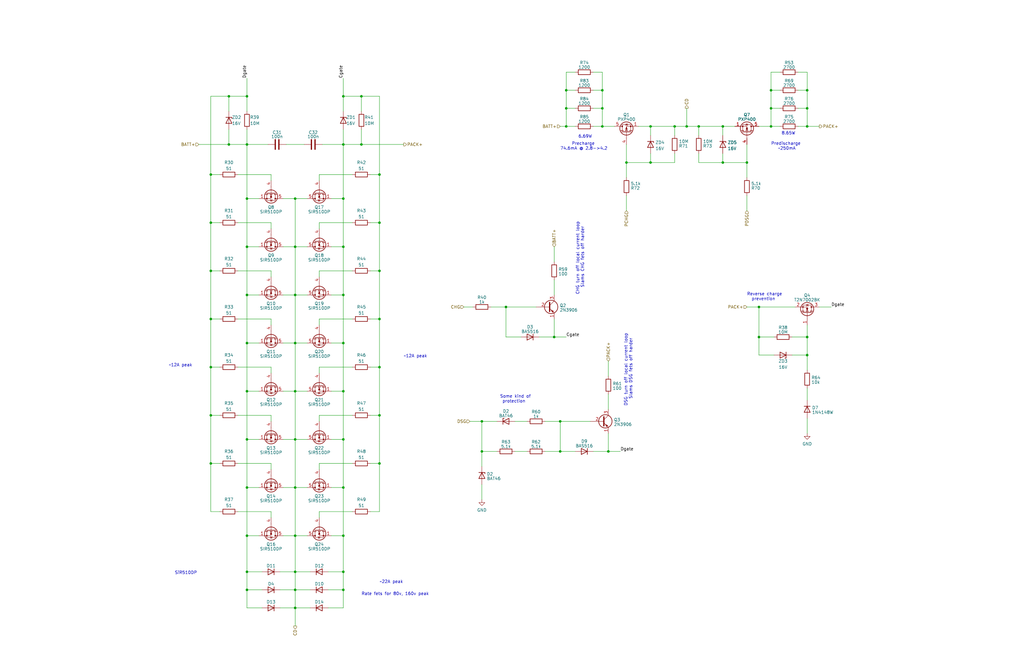
<source format=kicad_sch>
(kicad_sch (version 20230121) (generator eeschema)
  (paper "B")
  (title_block (title "High Side Fets") (date "2022-10-30") (rev "Rev 0") (company "QTech BMS Dept"))
  (junction (at 104.14 248.92))
  (junction (at 213.36 129.54))
  (junction (at 104.14 205.74))
  (junction (at 88.9 93.98))
  (junction (at 104.14 226.06))
  (junction (at 320.04 129.54))
  (junction (at 104.14 241.3))
  (junction (at 104.14 40.64))
  (junction (at 124.46 104.14))
  (junction (at 203.2 190.5))
  (junction (at 152.4 40.64))
  (junction (at 160.02 134.62))
  (junction (at 314.96 68.58))
  (junction (at 88.9 175.26))
  (junction (at 340.36 53.34))
  (junction (at 124.46 205.74))
  (junction (at 340.36 38.1))
  (junction (at 160.02 114.3))
  (junction (at 144.78 241.3))
  (junction (at 160.02 195.58))
  (junction (at 124.46 124.46))
  (junction (at 254 38.1))
  (junction (at 104.14 185.42))
  (junction (at 96.52 60.96))
  (junction (at 160.02 175.26))
  (junction (at 144.78 60.96))
  (junction (at 304.8 68.58))
  (junction (at 104.14 83.82))
  (junction (at 104.14 144.78))
  (junction (at 124.46 256.54))
  (junction (at 254 53.34))
  (junction (at 88.9 73.66))
  (junction (at 289.56 53.34))
  (junction (at 238.76 45.72))
  (junction (at 284.48 53.34))
  (junction (at 152.4 60.96))
  (junction (at 124.46 241.3))
  (junction (at 254 45.72))
  (junction (at 144.78 205.74))
  (junction (at 88.9 195.58))
  (junction (at 88.9 154.94))
  (junction (at 144.78 83.82))
  (junction (at 124.46 144.78))
  (junction (at 320.04 142.24))
  (junction (at 304.8 53.34))
  (junction (at 144.78 124.46))
  (junction (at 144.78 40.64))
  (junction (at 88.9 114.3))
  (junction (at 236.22 177.8))
  (junction (at 104.14 124.46))
  (junction (at 104.14 104.14))
  (junction (at 264.16 68.58))
  (junction (at 96.52 40.64))
  (junction (at 325.12 53.34))
  (junction (at 124.46 165.1))
  (junction (at 160.02 154.94))
  (junction (at 203.2 177.8))
  (junction (at 124.46 83.82))
  (junction (at 144.78 165.1))
  (junction (at 124.46 226.06))
  (junction (at 325.12 38.1))
  (junction (at 274.32 68.58))
  (junction (at 340.36 142.24))
  (junction (at 238.76 53.34))
  (junction (at 104.14 60.96))
  (junction (at 294.64 53.34))
  (junction (at 104.14 165.1))
  (junction (at 144.78 185.42))
  (junction (at 340.36 45.72))
  (junction (at 256.54 190.5))
  (junction (at 236.22 190.5))
  (junction (at 325.12 45.72))
  (junction (at 160.02 93.98))
  (junction (at 88.9 134.62))
  (junction (at 238.76 38.1))
  (junction (at 160.02 73.66))
  (junction (at 274.32 53.34))
  (junction (at 144.78 144.78))
  (junction (at 233.68 142.24))
  (junction (at 144.78 226.06))
  (junction (at 124.46 185.42))
  (junction (at 124.46 248.92))
  (junction (at 144.78 248.92))
  (junction (at 144.78 104.14))
  (junction (at 340.36 149.86))
  (wire (pts (xy 124.46 124.46) (xy 129.54 124.46)))
  (wire (pts (xy 88.9 134.62) (xy 92.71 134.62)))
  (wire (pts (xy 238.76 38.1) (xy 242.57 38.1)))
  (wire (pts (xy 124.46 165.1) (xy 129.54 165.1)))
  (wire (pts (xy 219.71 142.24) (xy 213.36 142.24)))
  (wire (pts (xy 134.62 195.58) (xy 134.62 198.12)))
  (wire (pts (xy 289.56 53.34) (xy 289.56 45.72)))
  (wire (pts (xy 254 53.34) (xy 259.08 53.34)))
  (wire (pts (xy 195.58 129.54) (xy 199.39 129.54)))
  (wire (pts (xy 314.96 88.9) (xy 314.96 82.55)))
  (wire (pts (xy 144.78 124.46) (xy 144.78 144.78)))
  (wire (pts (xy 114.3 134.62) (xy 100.33 134.62)))
  (wire (pts (xy 114.3 195.58) (xy 114.3 198.12)))
  (wire (pts (xy 156.21 195.58) (xy 160.02 195.58)))
  (wire (pts (xy 229.87 177.8) (xy 236.22 177.8)))
  (wire (pts (xy 289.56 53.34) (xy 294.64 53.34)))
  (wire (pts (xy 130.81 256.54) (xy 124.46 256.54)))
  (wire (pts (xy 124.46 241.3) (xy 124.46 248.92)))
  (wire (pts (xy 88.9 114.3) (xy 92.71 114.3)))
  (wire (pts (xy 119.38 226.06) (xy 124.46 226.06)))
  (wire (pts (xy 238.76 38.1) (xy 238.76 30.48)))
  (wire (pts (xy 304.8 64.77) (xy 304.8 68.58)))
  (wire (pts (xy 238.76 30.48) (xy 242.57 30.48)))
  (wire (pts (xy 144.78 248.92) (xy 144.78 256.54)))
  (wire (pts (xy 104.14 248.92) (xy 110.49 248.92)))
  (wire (pts (xy 350.52 129.54) (xy 345.44 129.54)))
  (wire (pts (xy 274.32 68.58) (xy 284.48 68.58)))
  (wire (pts (xy 160.02 93.98) (xy 160.02 114.3)))
  (wire (pts (xy 264.16 88.9) (xy 264.16 82.55)))
  (wire (pts (xy 104.14 241.3) (xy 110.49 241.3)))
  (wire (pts (xy 264.16 74.93) (xy 264.16 68.58)))
  (wire (pts (xy 114.3 154.94) (xy 114.3 157.48)))
  (wire (pts (xy 104.14 124.46) (xy 109.22 124.46)))
  (wire (pts (xy 138.43 241.3) (xy 144.78 241.3)))
  (wire (pts (xy 96.52 40.64) (xy 96.52 46.99)))
  (wire (pts (xy 134.62 215.9) (xy 134.62 218.44)))
  (wire (pts (xy 88.9 195.58) (xy 88.9 215.9)))
  (wire (pts (xy 88.9 215.9) (xy 92.71 215.9)))
  (wire (pts (xy 320.04 53.34) (xy 325.12 53.34)))
  (wire (pts (xy 119.38 83.82) (xy 124.46 83.82)))
  (wire (pts (xy 120.65 60.96) (xy 128.27 60.96)))
  (wire (pts (xy 236.22 190.5) (xy 242.57 190.5)))
  (wire (pts (xy 139.7 226.06) (xy 144.78 226.06)))
  (wire (pts (xy 233.68 134.62) (xy 233.68 142.24)))
  (wire (pts (xy 104.14 205.74) (xy 104.14 226.06)))
  (wire (pts (xy 152.4 54.61) (xy 152.4 60.96)))
  (wire (pts (xy 88.9 73.66) (xy 88.9 93.98)))
  (wire (pts (xy 119.38 124.46) (xy 124.46 124.46)))
  (wire (pts (xy 254 30.48) (xy 254 38.1)))
  (wire (pts (xy 314.96 68.58) (xy 314.96 60.96)))
  (wire (pts (xy 124.46 185.42) (xy 124.46 205.74)))
  (wire (pts (xy 160.02 73.66) (xy 160.02 93.98)))
  (wire (pts (xy 340.36 38.1) (xy 340.36 45.72)))
  (wire (pts (xy 340.36 176.53) (xy 340.36 182.88)))
  (wire (pts (xy 119.38 104.14) (xy 124.46 104.14)))
  (wire (pts (xy 229.87 190.5) (xy 236.22 190.5)))
  (wire (pts (xy 325.12 30.48) (xy 328.93 30.48)))
  (wire (pts (xy 144.78 40.64) (xy 144.78 46.99)))
  (wire (pts (xy 139.7 83.82) (xy 144.78 83.82)))
  (wire (pts (xy 134.62 175.26) (xy 148.59 175.26)))
  (wire (pts (xy 124.46 104.14) (xy 124.46 124.46)))
  (wire (pts (xy 130.81 248.92) (xy 124.46 248.92)))
  (wire (pts (xy 340.36 149.86) (xy 340.36 156.21)))
  (wire (pts (xy 124.46 104.14) (xy 129.54 104.14)))
  (wire (pts (xy 233.68 104.14) (xy 233.68 110.49)))
  (wire (pts (xy 294.64 64.77) (xy 294.64 68.58)))
  (wire (pts (xy 104.14 54.61) (xy 104.14 60.96)))
  (wire (pts (xy 104.14 205.74) (xy 109.22 205.74)))
  (wire (pts (xy 156.21 154.94) (xy 160.02 154.94)))
  (wire (pts (xy 134.62 134.62) (xy 134.62 137.16)))
  (wire (pts (xy 96.52 54.61) (xy 96.52 60.96)))
  (wire (pts (xy 134.62 175.26) (xy 134.62 177.8)))
  (wire (pts (xy 134.62 114.3) (xy 134.62 116.84)))
  (wire (pts (xy 294.64 53.34) (xy 304.8 53.34)))
  (wire (pts (xy 124.46 226.06) (xy 129.54 226.06)))
  (wire (pts (xy 124.46 205.74) (xy 129.54 205.74)))
  (wire (pts (xy 250.19 190.5) (xy 256.54 190.5)))
  (wire (pts (xy 104.14 165.1) (xy 109.22 165.1)))
  (wire (pts (xy 96.52 40.64) (xy 104.14 40.64)))
  (wire (pts (xy 152.4 60.96) (xy 170.18 60.96)))
  (wire (pts (xy 217.17 177.8) (xy 222.25 177.8)))
  (wire (pts (xy 104.14 185.42) (xy 104.14 205.74)))
  (wire (pts (xy 254 38.1) (xy 254 45.72)))
  (wire (pts (xy 119.38 205.74) (xy 124.46 205.74)))
  (wire (pts (xy 104.14 104.14) (xy 109.22 104.14)))
  (wire (pts (xy 144.78 60.96) (xy 152.4 60.96)))
  (wire (pts (xy 152.4 40.64) (xy 152.4 46.99)))
  (wire (pts (xy 284.48 68.58) (xy 284.48 64.77)))
  (wire (pts (xy 124.46 144.78) (xy 124.46 165.1)))
  (wire (pts (xy 217.17 190.5) (xy 222.25 190.5)))
  (wire (pts (xy 88.9 93.98) (xy 92.71 93.98)))
  (wire (pts (xy 104.14 256.54) (xy 110.49 256.54)))
  (wire (pts (xy 156.21 134.62) (xy 160.02 134.62)))
  (wire (pts (xy 144.78 144.78) (xy 144.78 165.1)))
  (wire (pts (xy 314.96 74.93) (xy 314.96 68.58)))
  (wire (pts (xy 213.36 129.54) (xy 226.06 129.54)))
  (wire (pts (xy 207.01 129.54) (xy 213.36 129.54)))
  (wire (pts (xy 88.9 175.26) (xy 88.9 195.58)))
  (wire (pts (xy 203.2 190.5) (xy 203.2 196.85)))
  (wire (pts (xy 250.19 38.1) (xy 254 38.1)))
  (wire (pts (xy 320.04 129.54) (xy 320.04 142.24)))
  (wire (pts (xy 134.62 93.98) (xy 134.62 96.52)))
  (wire (pts (xy 138.43 256.54) (xy 144.78 256.54)))
  (wire (pts (xy 134.62 73.66) (xy 134.62 76.2)))
  (wire (pts (xy 320.04 129.54) (xy 335.28 129.54)))
  (wire (pts (xy 100.33 73.66) (xy 114.3 73.66)))
  (wire (pts (xy 336.55 53.34) (xy 340.36 53.34)))
  (wire (pts (xy 334.01 142.24) (xy 340.36 142.24)))
  (wire (pts (xy 144.78 165.1) (xy 144.78 185.42)))
  (wire (pts (xy 88.9 134.62) (xy 88.9 154.94)))
  (wire (pts (xy 156.21 73.66) (xy 160.02 73.66)))
  (wire (pts (xy 250.19 53.34) (xy 254 53.34)))
  (wire (pts (xy 88.9 154.94) (xy 88.9 175.26)))
  (wire (pts (xy 238.76 142.24) (xy 233.68 142.24)))
  (wire (pts (xy 274.32 64.77) (xy 274.32 68.58)))
  (wire (pts (xy 238.76 53.34) (xy 238.76 45.72)))
  (wire (pts (xy 124.46 256.54) (xy 118.11 256.54)))
  (wire (pts (xy 254 45.72) (xy 254 53.34)))
  (wire (pts (xy 119.38 144.78) (xy 124.46 144.78)))
  (wire (pts (xy 304.8 53.34) (xy 304.8 57.15)))
  (wire (pts (xy 139.7 165.1) (xy 144.78 165.1)))
  (wire (pts (xy 104.14 104.14) (xy 104.14 124.46)))
  (wire (pts (xy 104.14 248.92) (xy 104.14 256.54)))
  (wire (pts (xy 336.55 45.72) (xy 340.36 45.72)))
  (wire (pts (xy 144.78 54.61) (xy 144.78 60.96)))
  (wire (pts (xy 88.9 40.64) (xy 88.9 73.66)))
  (wire (pts (xy 304.8 68.58) (xy 314.96 68.58)))
  (wire (pts (xy 203.2 177.8) (xy 209.55 177.8)))
  (wire (pts (xy 124.46 241.3) (xy 118.11 241.3)))
  (wire (pts (xy 144.78 83.82) (xy 144.78 104.14)))
  (wire (pts (xy 203.2 190.5) (xy 209.55 190.5)))
  (wire (pts (xy 124.46 205.74) (xy 124.46 226.06)))
  (wire (pts (xy 144.78 40.64) (xy 152.4 40.64)))
  (wire (pts (xy 144.78 104.14) (xy 144.78 124.46)))
  (wire (pts (xy 152.4 40.64) (xy 160.02 40.64)))
  (wire (pts (xy 144.78 60.96) (xy 144.78 83.82)))
  (wire (pts (xy 114.3 215.9) (xy 114.3 218.44)))
  (wire (pts (xy 326.39 149.86) (xy 320.04 149.86)))
  (wire (pts (xy 264.16 68.58) (xy 274.32 68.58)))
  (wire (pts (xy 104.14 165.1) (xy 104.14 185.42)))
  (wire (pts (xy 160.02 154.94) (xy 160.02 134.62)))
  (wire (pts (xy 104.14 185.42) (xy 109.22 185.42)))
  (wire (pts (xy 100.33 175.26) (xy 114.3 175.26)))
  (wire (pts (xy 284.48 57.15) (xy 284.48 53.34)))
  (wire (pts (xy 269.24 53.34) (xy 274.32 53.34)))
  (wire (pts (xy 124.46 248.92) (xy 124.46 256.54)))
  (wire (pts (xy 88.9 93.98) (xy 88.9 114.3)))
  (wire (pts (xy 236.22 190.5) (xy 236.22 177.8)))
  (wire (pts (xy 134.62 154.94) (xy 134.62 157.48)))
  (wire (pts (xy 114.3 93.98) (xy 114.3 96.52)))
  (wire (pts (xy 124.46 144.78) (xy 129.54 144.78)))
  (wire (pts (xy 124.46 185.42) (xy 129.54 185.42)))
  (wire (pts (xy 139.7 185.42) (xy 144.78 185.42)))
  (wire (pts (xy 156.21 93.98) (xy 160.02 93.98)))
  (wire (pts (xy 104.14 33.02) (xy 104.14 40.64)))
  (wire (pts (xy 236.22 177.8) (xy 248.92 177.8)))
  (wire (pts (xy 119.38 185.42) (xy 124.46 185.42)))
  (wire (pts (xy 138.43 248.92) (xy 144.78 248.92)))
  (wire (pts (xy 88.9 134.62) (xy 88.9 114.3)))
  (wire (pts (xy 104.14 144.78) (xy 109.22 144.78)))
  (wire (pts (xy 340.36 149.86) (xy 334.01 149.86)))
  (wire (pts (xy 124.46 248.92) (xy 118.11 248.92)))
  (wire (pts (xy 160.02 40.64) (xy 160.02 73.66)))
  (wire (pts (xy 284.48 53.34) (xy 289.56 53.34)))
  (wire (pts (xy 88.9 195.58) (xy 92.71 195.58)))
  (wire (pts (xy 160.02 215.9) (xy 160.02 195.58)))
  (wire (pts (xy 124.46 83.82) (xy 129.54 83.82)))
  (wire (pts (xy 160.02 154.94) (xy 160.02 175.26)))
  (wire (pts (xy 233.68 118.11) (xy 233.68 124.46)))
  (wire (pts (xy 238.76 38.1) (xy 238.76 45.72)))
  (wire (pts (xy 139.7 144.78) (xy 144.78 144.78)))
  (wire (pts (xy 250.19 30.48) (xy 254 30.48)))
  (wire (pts (xy 250.19 45.72) (xy 254 45.72)))
  (wire (pts (xy 340.36 53.34) (xy 345.44 53.34)))
  (wire (pts (xy 114.3 73.66) (xy 114.3 76.2)))
  (wire (pts (xy 325.12 38.1) (xy 325.12 45.72)))
  (wire (pts (xy 264.16 68.58) (xy 264.16 60.96)))
  (wire (pts (xy 114.3 137.16) (xy 114.3 134.62)))
  (wire (pts (xy 336.55 38.1) (xy 340.36 38.1)))
  (wire (pts (xy 320.04 142.24) (xy 320.04 149.86)))
  (wire (pts (xy 203.2 177.8) (xy 203.2 190.5)))
  (wire (pts (xy 134.62 114.3) (xy 148.59 114.3)))
  (wire (pts (xy 325.12 38.1) (xy 328.93 38.1)))
  (wire (pts (xy 144.78 226.06) (xy 144.78 241.3)))
  (wire (pts (xy 88.9 40.64) (xy 96.52 40.64)))
  (wire (pts (xy 160.02 134.62) (xy 160.02 114.3)))
  (wire (pts (xy 134.62 134.62) (xy 148.59 134.62)))
  (wire (pts (xy 135.89 60.96) (xy 144.78 60.96)))
  (wire (pts (xy 104.14 226.06) (xy 104.14 241.3)))
  (wire (pts (xy 100.33 195.58) (xy 114.3 195.58)))
  (wire (pts (xy 160.02 175.26) (xy 156.21 175.26)))
  (wire (pts (xy 320.04 142.24) (xy 326.39 142.24)))
  (wire (pts (xy 233.68 142.24) (xy 227.33 142.24)))
  (wire (pts (xy 238.76 53.34) (xy 242.57 53.34)))
  (wire (pts (xy 124.46 124.46) (xy 124.46 144.78)))
  (wire (pts (xy 134.62 154.94) (xy 148.59 154.94)))
  (wire (pts (xy 336.55 30.48) (xy 340.36 30.48)))
  (wire (pts (xy 213.36 142.24) (xy 213.36 129.54)))
  (wire (pts (xy 156.21 215.9) (xy 160.02 215.9)))
  (wire (pts (xy 96.52 60.96) (xy 104.14 60.96)))
  (wire (pts (xy 124.46 226.06) (xy 124.46 241.3)))
  (wire (pts (xy 114.3 114.3) (xy 114.3 116.84)))
  (wire (pts (xy 274.32 53.34) (xy 274.32 57.15)))
  (wire (pts (xy 340.36 137.16) (xy 340.36 142.24)))
  (wire (pts (xy 124.46 83.82) (xy 124.46 104.14)))
  (wire (pts (xy 325.12 53.34) (xy 328.93 53.34)))
  (wire (pts (xy 104.14 46.99) (xy 104.14 40.64)))
  (wire (pts (xy 139.7 104.14) (xy 144.78 104.14)))
  (wire (pts (xy 325.12 53.34) (xy 325.12 45.72)))
  (wire (pts (xy 256.54 166.37) (xy 256.54 172.72)))
  (wire (pts (xy 304.8 53.34) (xy 309.88 53.34)))
  (wire (pts (xy 261.62 190.5) (xy 256.54 190.5)))
  (wire (pts (xy 83.82 60.96) (xy 96.52 60.96)))
  (wire (pts (xy 88.9 175.26) (xy 92.71 175.26)))
  (wire (pts (xy 104.14 60.96) (xy 113.03 60.96)))
  (wire (pts (xy 104.14 83.82) (xy 104.14 104.14)))
  (wire (pts (xy 340.36 142.24) (xy 340.36 149.86)))
  (wire (pts (xy 104.14 241.3) (xy 104.14 248.92)))
  (wire (pts (xy 274.32 53.34) (xy 284.48 53.34)))
  (wire (pts (xy 340.36 30.48) (xy 340.36 38.1)))
  (wire (pts (xy 144.78 205.74) (xy 144.78 226.06)))
  (wire (pts (xy 156.21 114.3) (xy 160.02 114.3)))
  (wire (pts (xy 134.62 73.66) (xy 148.59 73.66)))
  (wire (pts (xy 104.14 124.46) (xy 104.14 144.78)))
  (wire (pts (xy 134.62 195.58) (xy 148.59 195.58)))
  (wire (pts (xy 88.9 73.66) (xy 92.71 73.66)))
  (wire (pts (xy 104.14 226.06) (xy 109.22 226.06)))
  (wire (pts (xy 325.12 38.1) (xy 325.12 30.48)))
  (wire (pts (xy 119.38 165.1) (xy 124.46 165.1)))
  (wire (pts (xy 130.81 241.3) (xy 124.46 241.3)))
  (wire (pts (xy 134.62 93.98) (xy 148.59 93.98)))
  (wire (pts (xy 124.46 256.54) (xy 124.46 264.16)))
  (wire (pts (xy 100.33 215.9) (xy 114.3 215.9)))
  (wire (pts (xy 256.54 152.4) (xy 256.54 158.75)))
  (wire (pts (xy 104.14 144.78) (xy 104.14 165.1)))
  (wire (pts (xy 340.36 163.83) (xy 340.36 168.91)))
  (wire (pts (xy 104.14 60.96) (xy 104.14 83.82)))
  (wire (pts (xy 88.9 154.94) (xy 92.71 154.94)))
  (wire (pts (xy 236.22 53.34) (xy 238.76 53.34)))
  (wire (pts (xy 104.14 83.82) (xy 109.22 83.82)))
  (wire (pts (xy 294.64 53.34) (xy 294.64 57.15)))
  (wire (pts (xy 314.96 129.54) (xy 320.04 129.54)))
  (wire (pts (xy 100.33 93.98) (xy 114.3 93.98)))
  (wire (pts (xy 124.46 165.1) (xy 124.46 185.42)))
  (wire (pts (xy 144.78 33.02) (xy 144.78 40.64)))
  (wire (pts (xy 256.54 182.88) (xy 256.54 190.5)))
  (wire (pts (xy 114.3 175.26) (xy 114.3 177.8)))
  (wire (pts (xy 114.3 114.3) (xy 100.33 114.3)))
  (wire (pts (xy 340.36 45.72) (xy 340.36 53.34)))
  (wire (pts (xy 325.12 45.72) (xy 328.93 45.72)))
  (wire (pts (xy 139.7 205.74) (xy 144.78 205.74)))
  (wire (pts (xy 144.78 241.3) (xy 144.78 248.92)))
  (wire (pts (xy 139.7 124.46) (xy 144.78 124.46)))
  (wire (pts (xy 198.12 177.8) (xy 203.2 177.8)))
  (wire (pts (xy 203.2 204.47) (xy 203.2 210.82)))
  (wire (pts (xy 238.76 45.72) (xy 242.57 45.72)))
  (wire (pts (xy 100.33 154.94) (xy 114.3 154.94)))
  (wire (pts (xy 144.78 185.42) (xy 144.78 205.74)))
  (wire (pts (xy 160.02 195.58) (xy 160.02 175.26)))
  (wire (pts (xy 134.62 215.9) (xy 148.59 215.9)))
  (wire (pts (xy 294.64 68.58) (xy 304.8 68.58)))
  (text "Rate fets for 80v, 160v peak" (at 152.4 251.46 0) (effects (font (size 1.27 1.27)) (justify left bottom)))
  (text "CHG turn off local current loop\n   Slams CHG fets off harder" (at 246.38 124.46 90) (effects (font (size 1.27 1.27)) (justify left bottom)))
  (text "~22A peak" (at 160.02 246.38 0) (effects (font (size 1.27 1.27)) (justify left bottom)))
  (text "Reverse charge\n  prevention" (at 314.96 127 0) (effects (font (size 1.27 1.27)) (justify left bottom)))
  (text "6.69W" (at 243.84 58.42 0) (effects (font (size 1.27 1.27)) (justify left bottom)))
  (text "Predischarge\n   ~250mA" (at 325.12 63.5 0) (effects (font (size 1.27 1.27)) (justify left bottom)))
  (text "DSG turn off local current loop\n   Slams DSG fets off harder" (at 266.7 171.45 90) (effects (font (size 1.27 1.27)) (justify left bottom)))
  (text "8.65W" (at 329.5406 57.0641 0) (effects (font (size 1.27 1.27)) (justify left bottom)))
  (text "     Precharge\n74.6mA @ 2.8->4.2" (at 236.22 63.5 0) (effects (font (size 1.27 1.27)) (justify left bottom)))
  (text "Some kind of\n protection" (at 210.82 170.18 0) (effects (font (size 1.27 1.27)) (justify left bottom)))
  (text "~12A peak" (at 170.18 151.13 0) (effects (font (size 1.27 1.27)) (justify left bottom)))
  (text "~12A peak" (at 71.12 154.94 0) (effects (font (size 1.27 1.27)) (justify left bottom)))
  (text "SiR510DP" (at 73.66 242.57 0) (effects (font (size 1.27 1.27)) (justify left bottom)))
  (label "Cgate" (at 238.76 142.24 0))
  (label "Dgate" (at 261.62 190.5 0))
  (label "Cgate" (at 144.78 33.02 90))
  (label "Dgate" (at 350.52 129.54 0))
  (label "Dgate" (at 104.14 33.02 90))
  (hierarchical_label "PACK+" (shape output) (at 170.18 60.96 0))
  (hierarchical_label "CD" (shape output) (at 289.56 45.72 90))
  (hierarchical_label "PCHG" (shape input) (at 264.16 88.9 270))
  (hierarchical_label "PACK+" (shape input) (at 256.54 152.4 90))
  (hierarchical_label "BATT+" (shape input) (at 83.82 60.96 180))
  (hierarchical_label "BATT+" (shape input) (at 233.68 104.14 90))
  (hierarchical_label "PACK+" (shape output) (at 345.44 53.34 0))
  (hierarchical_label "CD" (shape output) (at 124.46 264.16 270))
  (hierarchical_label "CHG" (shape input) (at 195.58 129.54 180))
  (hierarchical_label "PDSG" (shape input) (at 314.96 88.9 270))
  (hierarchical_label "DSG" (shape input) (at 198.12 177.8 180))
  (hierarchical_label "BATT+" (shape input) (at 236.22 53.34 180))
  (hierarchical_label "PACK+" (shape input) (at 314.96 129.54 180))
  (symbol (lib_id "Transistor_FET:Si7336ADP") (at 134.62 182.88 90) (mirror x) (unit 1)
    (property "Reference" "Q22" (at 134.62 189.0475 90))
    (property "Value" "SIR510DP" (at 134.62 190.9685 90))
    (property "Footprint" "qtech:PowerPAK_SO-8_Single" (effects hide))
    (property "Datasheet" "https://www.vishay.com/doc?78251" (effects hide))
    (property "Mouser" "https://www.mouser.com/ProductDetail/Vishay-Siliconix/SIR510DP-T1-RE3?qs=DRkmTr78QAQgLs6ynidLQA%3D%3D" (effects hide))
    (property "Part Number" "SIR510DP-T1-RE3" (effects hide))
    (property "Rating" "100V 126A" (effects hide))
  )
  (symbol (lib_id "Device:R") (at 256.54 162.56 180) (unit 1)
    (property "Reference" "R61" (at 258.318 161.9163 0) (effects (justify right)))
    (property "Value" "100" (at 258.318 163.8373 0) (effects (justify right)))
    (property "Footprint" "Resistor_SMD:R_0603_1608Metric" (effects hide))
    (property "Datasheet" "https://www.mouser.com/datasheet/2/54/cr-1858361.pdf" (effects hide))
    (property "Mouser" "https://www.mouser.com/ProductDetail/Bourns/CR0603-FX-1000ELF?qs=sGAEpiMZZMtlubZbdhIBIB2E0CzLGwMIzMOnVrznuHg%3D" (effects hide))
    (property "Part Number" "CR0603-FX-1000ELF" (effects hide))
    (property "Rating" "100mW" (effects hide))
  )
  (symbol (lib_id "Transistor_FET:Si7336ADP") (at 114.3 203.2 270) (unit 1)
    (property "Reference" "Q14" (at 114.3 209.3675 90))
    (property "Value" "SIR510DP" (at 114.3 211.2885 90))
    (property "Footprint" "qtech:PowerPAK_SO-8_Single" (effects hide))
    (property "Datasheet" "https://www.vishay.com/doc?78251" (effects hide))
    (property "Mouser" "https://www.mouser.com/ProductDetail/Vishay-Siliconix/SIR510DP-T1-RE3?qs=DRkmTr78QAQgLs6ynidLQA%3D%3D" (effects hide))
    (property "Part Number" "SIR510DP-T1-RE3" (effects hide))
    (property "Rating" "100V 126A" (effects hide))
  )
  (symbol (lib_id "Transistor_FET:Si7336ADP") (at 134.62 203.2 90) (mirror x) (unit 1)
    (property "Reference" "Q23" (at 134.62 209.3675 90))
    (property "Value" "SIR510DP" (at 134.62 211.2885 90))
    (property "Footprint" "qtech:PowerPAK_SO-8_Single" (effects hide))
    (property "Datasheet" "https://www.vishay.com/doc?78251" (effects hide))
    (property "Mouser" "https://www.mouser.com/ProductDetail/Vishay-Siliconix/SIR510DP-T1-RE3?qs=DRkmTr78QAQgLs6ynidLQA%3D%3D" (effects hide))
    (property "Part Number" "SIR510DP-T1-RE3" (effects hide))
    (property "Rating" "100V 126A" (effects hide))
  )
  (symbol (lib_id "Device:D_Zener") (at 144.78 50.8 270) (unit 1)
    (property "Reference" "ZD1" (at 146.05 49.5331 90) (effects (justify left)))
    (property "Value" "16V" (at 146.05 52.07 90) (effects (justify left)))
    (property "Footprint" "Diode_SMD:D_SOD-323F" (effects hide))
    (property "Datasheet" "https://www.diodes.com/assets/Datasheets/ds31987.pdf" (effects hide))
    (property "Mouser" "https://www.mouser.com/ProductDetail/Diodes-Incorporated/DDZ16CSF-7?qs=gfe7vQ8txpU%2Fw9f0N8ItgQ%3D%3D" (effects hide))
    (property "Part Number" "DDZ16CSF-7" (effects hide))
    (property "Rating" "16V 500mW" (effects hide))
  )
  (symbol (lib_id "Device:D_Zener") (at 330.2 149.86 180) (unit 1)
    (property "Reference" "ZD3" (at 330.2 152.4031 0))
    (property "Value" "16V" (at 330.2 154.94 0))
    (property "Footprint" "Diode_SMD:D_SOD-323F" (effects hide))
    (property "Datasheet" "https://www.diodes.com/assets/Datasheets/ds31987.pdf" (effects hide))
    (property "Mouser" "https://www.mouser.com/ProductDetail/Diodes-Incorporated/DDZ16CSF-7?qs=gfe7vQ8txpU%2Fw9f0N8ItgQ%3D%3D" (effects hide))
    (property "Part Number" "DDZ16CSF-7" (effects hide))
    (property "Rating" "16V 500mW" (effects hide))
  )
  (symbol (lib_id "Transistor_FET:Si7336ADP") (at 114.3 162.56 270) (unit 1)
    (property "Reference" "Q12" (at 114.3 168.7275 90))
    (property "Value" "SIR510DP" (at 114.3 170.6485 90))
    (property "Footprint" "qtech:PowerPAK_SO-8_Single" (effects hide))
    (property "Datasheet" "https://www.vishay.com/doc?78251" (effects hide))
    (property "Mouser" "https://www.mouser.com/ProductDetail/Vishay-Siliconix/SIR510DP-T1-RE3?qs=DRkmTr78QAQgLs6ynidLQA%3D%3D" (effects hide))
    (property "Part Number" "SIR510DP-T1-RE3" (effects hide))
    (property "Rating" "100V 126A" (effects hide))
  )
  (symbol (lib_id "Transistor_FET:Si7336ADP") (at 114.3 81.28 270) (unit 1)
    (property "Reference" "Q8" (at 114.3 87.4475 90))
    (property "Value" "SIR510DP" (at 114.3 89.3685 90))
    (property "Footprint" "qtech:PowerPAK_SO-8_Single" (effects hide))
    (property "Datasheet" "https://www.vishay.com/doc?78251" (effects hide))
    (property "Mouser" "https://www.mouser.com/ProductDetail/Vishay-Siliconix/SIR510DP-T1-RE3?qs=DRkmTr78QAQgLs6ynidLQA%3D%3D" (effects hide))
    (property "Part Number" "SIR510DP-T1-RE3" (effects hide))
    (property "Rating" "100V 126A" (effects hide))
  )
  (symbol (lib_id "Device:R") (at 294.64 60.96 0) (mirror y) (unit 1)
    (property "Reference" "R73" (at 296.418 61.6037 0) (effects (justify right)))
    (property "Value" "10M" (at 296.418 59.6827 0) (effects (justify right)))
    (property "Footprint" "Resistor_SMD:R_0603_1608Metric" (effects hide))
    (property "Datasheet" "https://www.mouser.com/datasheet/2/447/PYu_AC_51_RoHS_L_9-3005297.pdf" (effects hide))
    (property "Mouser" "https://www.mouser.com/ProductDetail/YAGEO/AC0603FR-0710ML?qs=sGAEpiMZZMtlubZbdhIBIG07xJe44c5AN0zPtTTP5TI%3D" (effects hide))
    (property "Part Number" "AC0603FR-0710ML" (effects hide))
    (property "Rating" "100mW" (effects hide))
  )
  (symbol (lib_id "Transistor_FET:Si7141DP") (at 264.16 55.88 90) (unit 1)
    (property "Reference" "Q1" (at 264.16 48.4251 90))
    (property "Value" "PXP400" (at 264.16 50.3461 90))
    (property "Footprint" "qtech:MLPAK33" (effects hide))
    (property "Datasheet" "https://www.mouser.com/datasheet/2/916/PXP400-100QS-1853422.pdf" (effects hide))
    (property "Mouser" "https://www.mouser.com/ProductDetail/771-PXP400-100QSJ" (effects hide))
    (property "Part Number" "PXP400-100QSJ" (effects hide))
    (property "Rating" "100V 1.4A" (effects hide))
  )
  (symbol (lib_id "Device:R") (at 96.52 93.98 90) (unit 1)
    (property "Reference" "R31" (at 96.52 88.9 90))
    (property "Value" "51" (at 96.52 91.44 90))
    (property "Footprint" "Resistor_SMD:R_0603_1608Metric" (effects hide))
    (property "Datasheet" "https://www.vishay.com/doc?20035" (effects hide))
    (property "Mouser" "https://www.mouser.com/ProductDetail/Vishay-Dale/CRCW060351R0FKEB?qs=sGAEpiMZZMtlubZbdhIBIDtQ47NphPmFggvnoEz9pAA%3D" (effects hide))
    (property "Part Number" "CRCW060351R0FKEB" (effects hide))
    (property "Rating" "100mW" (effects hide))
  )
  (symbol (lib_id "Device:R") (at 152.4 175.26 90) (unit 1)
    (property "Reference" "R47" (at 152.4 170.18 90))
    (property "Value" "51" (at 152.4 172.72 90))
    (property "Footprint" "Resistor_SMD:R_0603_1608Metric" (effects hide))
    (property "Datasheet" "https://www.vishay.com/doc?20035" (effects hide))
    (property "Mouser" "https://www.mouser.com/ProductDetail/Vishay-Dale/CRCW060351R0FKEB?qs=sGAEpiMZZMtlubZbdhIBIDtQ47NphPmFggvnoEz9pAA%3D" (effects hide))
    (property "Part Number" "CRCW060351R0FKEB" (effects hide))
    (property "Rating" "100mW" (effects hide))
  )
  (symbol (lib_id "Device:R") (at 152.4 73.66 90) (unit 1)
    (property "Reference" "R42" (at 152.4 68.58 90))
    (property "Value" "51" (at 152.4 71.12 90))
    (property "Footprint" "Resistor_SMD:R_0603_1608Metric" (effects hide))
    (property "Datasheet" "https://www.vishay.com/doc?20035" (effects hide))
    (property "Mouser" "https://www.mouser.com/ProductDetail/Vishay-Dale/CRCW060351R0FKEB?qs=sGAEpiMZZMtlubZbdhIBIDtQ47NphPmFggvnoEz9pAA%3D" (effects hide))
    (property "Part Number" "CRCW060351R0FKEB" (effects hide))
    (property "Rating" "100mW" (effects hide))
  )
  (symbol (lib_id "Device:D_Zener") (at 304.8 60.96 270) (unit 1)
    (property "Reference" "ZD5" (at 306.832 60.1253 90) (effects (justify left)))
    (property "Value" "16V" (at 306.832 62.6622 90) (effects (justify left)))
    (property "Footprint" "Diode_SMD:D_SOD-323F" (effects hide))
    (property "Datasheet" "https://www.diodes.com/assets/Datasheets/ds31987.pdf" (effects hide))
    (property "Mouser" "https://www.mouser.com/ProductDetail/Diodes-Incorporated/DDZ16CSF-7?qs=gfe7vQ8txpU%2Fw9f0N8ItgQ%3D%3D" (effects hide))
    (property "Part Number" "DDZ16CSF-7" (effects hide))
    (property "Rating" "16V 500mW" (effects hide))
  )
  (symbol (lib_id "Diode:BAS516") (at 223.52 142.24 180) (unit 1)
    (property "Reference" "D3" (at 223.52 137.9601 0))
    (property "Value" "BAS516" (at 223.52 139.8811 0))
    (property "Footprint" "Diode_SMD:D_SOD-523" (effects hide))
    (property "Datasheet" "https://www.mouser.com/datasheet/2/916/BAS516-3081349.pdf" (effects hide))
    (property "Mouser" "https://www.mouser.com/ProductDetail/Nexperia/BAS516115?qs=me8TqzrmIYVSb%2FgWSGcf7w%3D%3D" (effects hide))
    (property "Part Number" "BAS516,115" (effects hide))
    (property "Rating" "85V 250mA" (effects hide))
  )
  (symbol (lib_id "Device:R") (at 332.74 38.1 270) (mirror x) (unit 1)
    (property "Reference" "R69" (at 332.74 34.0741 90))
    (property "Value" "2700" (at 332.74 35.9951 90))
    (property "Footprint" "Resistor_SMD:R_2512_6332Metric" (effects hide))
    (property "Datasheet" "https://www.mouser.com/datasheet/2/418/6/ENG_DS_9_1773463_5_G-1263719.pdf" (effects hide))
    (property "Mouser" "https://www.mouser.com/ProductDetail/TE-Connectivity-Holsworthy/35212K7FT?qs=sGAEpiMZZMtlubZbdhIBILShZ4hQ8krEeZXVszbKSAs%3D" (effects hide))
    (property "Part Number" "35212K7FT" (effects hide))
    (property "Rating" "2W" (effects hide))
  )
  (symbol (lib_id "Device:C") (at 116.84 60.96 90) (unit 1)
    (property "Reference" "C31" (at 116.84 55.88 90))
    (property "Value" "100n" (at 116.84 57.6381 90))
    (property "Footprint" "Capacitor_SMD:C_0603_1608Metric" (effects hide))
    (property "Datasheet" "https://www.mouser.com/datasheet/2/585/MLCC-1837944.pdf" (effects hide))
    (property "Mouser" "https://www.mouser.com/ProductDetail/Samsung-Electro-Mechanics/CL10B104KC8NNNC?qs=sGAEpiMZZMs7ZEmUmaUL04Db8I7WfOR7JJmoHv2C8bjtz8qZ9HJqbw%3D%3D" (effects hide))
    (property "Part Number" "CL10B104KC8NNNC" (effects hide))
    (property "Rating" "100V" (effects hide))
  )
  (symbol (lib_id "power:GND") (at 203.2 210.82 0) (unit 1)
    (property "Reference" "#PWR02" (effects hide))
    (property "Value" "GND" (at 203.2 215.2634 0))
    (instances (project "bms" (path "" (reference "#PWR02") (unit 1)) (path "" (reference "#PWR028") (unit 1))))
  )
  (symbol (lib_id "Device:C") (at 132.08 60.96 90) (unit 1)
    (property "Reference" "C32" (at 132.08 55.88 90))
    (property "Value" "100n" (at 132.08 57.6381 90))
    (property "Footprint" "Capacitor_SMD:C_0603_1608Metric" (effects hide))
    (property "Datasheet" "https://www.mouser.com/datasheet/2/585/MLCC-1837944.pdf" (effects hide))
    (property "Mouser" "https://www.mouser.com/ProductDetail/Samsung-Electro-Mechanics/CL10B104KC8NNNC?qs=sGAEpiMZZMs7ZEmUmaUL04Db8I7WfOR7JJmoHv2C8bjtz8qZ9HJqbw%3D%3D" (effects hide))
    (property "Part Number" "CL10B104KC8NNNC" (effects hide))
    (property "Rating" "100V" (effects hide))
  )
  (symbol (lib_id "Device:R") (at 246.38 45.72 270) (mirror x) (unit 1)
    (property "Reference" "R84" (at 246.38 41.6941 90))
    (property "Value" "1200" (at 246.38 43.6151 90))
    (property "Footprint" "Resistor_SMD:R_2512_6332Metric" (effects hide))
    (property "Datasheet" "https://www.mouser.com/datasheet/2/418/1/NG_CD_2176070_BC-680252.pdf" (effects hide))
    (property "Mouser" "https://www.mouser.com/ProductDetail/TE-Connectivity-Holsworthy/35211K2FT?qs=sGAEpiMZZMtlubZbdhIBIAFCwE%252Ba6FqlfEDQUJO7BPk%3D" (effects hide))
    (property "Part Number" "35211K2FT" (effects hide))
    (property "Rating" "2W" (effects hide))
  )
  (symbol (lib_id "Device:D") (at 114.3 256.54 180) (unit 1)
    (property "Reference" "D13" (at 114.3 254 0))
    (property "Value" "D" (effects hide))
    (property "Footprint" "Diode_SMD:D_SOD-123F" (effects hide))
    (property "Datasheet" "https://www.mouser.com/datasheet/2/258/SMD2150PL_SMD220PL_SOD_123FL_-2510820.pdf" (effects hide))
    (property "Mouser" "https://www.mouser.com/ProductDetail/Micro-Commercial-Components-MCC/SMD220PL-TP?qs=cLwp4wpikzCDQSrzPAGpXQ%3D%3D" (effects hide))
    (property "Part Number" "SMD220PL-TP" (effects hide))
    (property "Rating" "200V 2A 50Apeak" (effects hide))
  )
  (symbol (lib_id "Device:Q_NMOS_GSD") (at 340.36 132.08 270) (mirror x) (unit 1)
    (property "Reference" "Q4" (at 340.36 124.6251 90))
    (property "Value" "T2N7002BK" (at 340.36 126.5461 90))
    (property "Footprint" "Package_TO_SOT_SMD:SOT-23" (effects hide))
    (property "Datasheet" "https://www.mouser.com/datasheet/2/408/T2N7002BK_datasheet_en_20191025-1916498.pdf" (effects hide))
    (property "Mouser" "https://www.mouser.com/ProductDetail/Toshiba/T2N7002BKLM?qs=lX6dEUlT%252BgfTnU11z%2FTylg%3D%3D" (effects hide))
    (property "Part Number" "T2N7002BK,LM" (effects hide))
    (property "Rating" "60V 400mA" (effects hide))
  )
  (symbol (lib_id "Device:R") (at 152.4 114.3 90) (unit 1)
    (property "Reference" "R44" (at 152.4 109.22 90))
    (property "Value" "51" (at 152.4 111.76 90))
    (property "Footprint" "Resistor_SMD:R_0603_1608Metric" (effects hide))
    (property "Datasheet" "https://www.vishay.com/doc?20035" (effects hide))
    (property "Mouser" "https://www.mouser.com/ProductDetail/Vishay-Dale/CRCW060351R0FKEB?qs=sGAEpiMZZMtlubZbdhIBIDtQ47NphPmFggvnoEz9pAA%3D" (effects hide))
    (property "Part Number" "CRCW060351R0FKEB" (effects hide))
    (property "Rating" "100mW" (effects hide))
  )
  (symbol (lib_id "Device:R") (at 152.4 93.98 90) (unit 1)
    (property "Reference" "R43" (at 152.4 88.9 90))
    (property "Value" "51" (at 152.4 91.44 90))
    (property "Footprint" "Resistor_SMD:R_0603_1608Metric" (effects hide))
    (property "Datasheet" "https://www.vishay.com/doc?20035" (effects hide))
    (property "Mouser" "https://www.mouser.com/ProductDetail/Vishay-Dale/CRCW060351R0FKEB?qs=sGAEpiMZZMtlubZbdhIBIDtQ47NphPmFggvnoEz9pAA%3D" (effects hide))
    (property "Part Number" "CRCW060351R0FKEB" (effects hide))
    (property "Rating" "100mW" (effects hide))
  )
  (symbol (lib_id "Device:R") (at 96.52 73.66 90) (unit 1)
    (property "Reference" "R30" (at 96.52 68.58 90))
    (property "Value" "51" (at 96.52 71.1169 90))
    (property "Footprint" "Resistor_SMD:R_0603_1608Metric" (effects hide))
    (property "Datasheet" "https://www.vishay.com/doc?20035" (effects hide))
    (property "Mouser" "https://www.mouser.com/ProductDetail/Vishay-Dale/CRCW060351R0FKEB?qs=sGAEpiMZZMtlubZbdhIBIDtQ47NphPmFggvnoEz9pAA%3D" (effects hide))
    (property "Part Number" "CRCW060351R0FKEB" (effects hide))
    (property "Rating" "100mW" (effects hide))
  )
  (symbol (lib_id "Transistor_BJT:2N3906") (at 231.14 129.54 0) (unit 1)
    (property "Reference" "Q2" (at 235.9914 128.8963 0) (effects (justify left)))
    (property "Value" "2N3906" (at 235.9914 130.8173 0) (effects (justify left)))
    (property "Footprint" "Package_TO_SOT_SMD:SOT-23-3" (effects hide))
    (property "Datasheet" "https://www.mouser.com/datasheet/2/115/DIOD_S_A0012992517_1-2513078.pdf" (effects hide))
    (property "Mouser" "https://www.mouser.com/ProductDetail/Diodes-Incorporated/MMBT3906-7-F?qs=wWyd8J8HCZnomk3dzpYZYw%3D%3D" (effects hide))
    (property "Part Number" "MMBT3906-7-F" (effects hide))
    (property "Rating" "40V 200mA" (effects hide))
  )
  (symbol (lib_id "Device:D_Zener") (at 274.32 60.96 270) (unit 1)
    (property "Reference" "ZD4" (at 276.352 60.1253 90) (effects (justify left)))
    (property "Value" "16V" (at 276.352 62.6622 90) (effects (justify left)))
    (property "Footprint" "Diode_SMD:D_SOD-323F" (effects hide))
    (property "Datasheet" "https://www.diodes.com/assets/Datasheets/ds31987.pdf" (effects hide))
    (property "Mouser" "https://www.mouser.com/ProductDetail/Diodes-Incorporated/DDZ16CSF-7?qs=gfe7vQ8txpU%2Fw9f0N8ItgQ%3D%3D" (effects hide))
    (property "Part Number" "DDZ16CSF-7" (effects hide))
    (property "Rating" "16V 500mW" (effects hide))
  )
  (symbol (lib_id "Device:D") (at 134.62 241.3 0) (unit 1)
    (property "Reference" "D12" (at 134.62 238.76 0))
    (property "Value" "D" (effects hide))
    (property "Footprint" "Diode_SMD:D_SOD-123F" (effects hide))
    (property "Datasheet" "https://www.mouser.com/datasheet/2/258/SMD2150PL_SMD220PL_SOD_123FL_-2510820.pdf" (effects hide))
    (property "Mouser" "https://www.mouser.com/ProductDetail/Micro-Commercial-Components-MCC/SMD220PL-TP?qs=cLwp4wpikzCDQSrzPAGpXQ%3D%3D" (effects hide))
    (property "Part Number" "SMD220PL-TP" (effects hide))
    (property "Rating" "200V 2A 50Apeak" (effects hide))
  )
  (symbol (lib_id "Transistor_FET:Si7336ADP") (at 134.62 101.6 90) (mirror x) (unit 1)
    (property "Reference" "Q18" (at 134.62 107.7675 90))
    (property "Value" "SIR510DP" (at 134.62 109.6885 90))
    (property "Footprint" "qtech:PowerPAK_SO-8_Single" (effects hide))
    (property "Datasheet" "https://www.vishay.com/doc?78251" (effects hide))
    (property "Mouser" "https://www.mouser.com/ProductDetail/Vishay-Siliconix/SIR510DP-T1-RE3?qs=DRkmTr78QAQgLs6ynidLQA%3D%3D" (effects hide))
    (property "Part Number" "SIR510DP-T1-RE3" (effects hide))
    (property "Rating" "100V 126A" (effects hide))
  )
  (symbol (lib_id "Device:R") (at 314.96 78.74 0) (mirror y) (unit 1)
    (property "Reference" "R70" (at 316.738 79.3837 0) (effects (justify right)))
    (property "Value" "5.1k" (at 316.738 77.4627 0) (effects (justify right)))
    (property "Footprint" "Resistor_SMD:R_0603_1608Metric" (effects hide))
    (property "Datasheet" "https://www.mouser.com/datasheet/2/315/AOA0000C304-1149620.pdf" (effects hide))
    (property "Mouser" "https://www.mouser.com/ProductDetail/Panasonic/ERJ-3EKF5101V?qs=sGAEpiMZZMtlubZbdhIBILWcrV%252BWBYJCmWDmg%252B%252BOeB4%3D" (effects hide))
    (property "Part Number" "ERJ-3EKF5101V" (effects hide))
    (property "Rating" "100mW" (effects hide))
  )
  (symbol (lib_id "Device:R") (at 213.36 190.5 90) (unit 1)
    (property "Reference" "R63" (at 213.36 186.4741 90))
    (property "Value" "5.1k" (at 213.36 188.3951 90))
    (property "Footprint" "Resistor_SMD:R_0603_1608Metric" (effects hide))
    (property "Datasheet" "https://www.mouser.com/datasheet/2/447/PYu_RC_Group_51_RoHS_L_11-1984063.pdf" (effects hide))
    (property "Mouser" "https://www.mouser.com/ProductDetail/YAGEO/RC1206JR-075K1L?qs=sGAEpiMZZMtlubZbdhIBIBvSqRm9%252BnwjpZFs1r6dFlc%3D" (effects hide))
    (property "Part Number" "RC1206JR-075K1L" (effects hide))
    (property "Rating" "250mW" (effects hide))
  )
  (symbol (lib_id "Transistor_FET:Si7336ADP") (at 134.62 81.28 90) (mirror x) (unit 1)
    (property "Reference" "Q17" (at 134.62 87.4475 90))
    (property "Value" "SIR510DP" (at 134.62 89.3685 90))
    (property "Footprint" "qtech:PowerPAK_SO-8_Single" (effects hide))
    (property "Datasheet" "https://www.vishay.com/doc?78251" (effects hide))
    (property "Mouser" "https://www.mouser.com/ProductDetail/Vishay-Siliconix/SIR510DP-T1-RE3?qs=DRkmTr78QAQgLs6ynidLQA%3D%3D" (effects hide))
    (property "Part Number" "SIR510DP-T1-RE3" (effects hide))
    (property "Rating" "100V 126A" (effects hide))
  )
  (symbol (lib_id "Device:R") (at 96.52 134.62 90) (unit 1)
    (property "Reference" "R33" (at 96.52 129.54 90))
    (property "Value" "51" (at 96.52 132.0769 90))
    (property "Footprint" "Resistor_SMD:R_0603_1608Metric" (effects hide))
    (property "Datasheet" "https://www.vishay.com/doc?20035" (effects hide))
    (property "Mouser" "https://www.mouser.com/ProductDetail/Vishay-Dale/CRCW060351R0FKEB?qs=sGAEpiMZZMtlubZbdhIBIDtQ47NphPmFggvnoEz9pAA%3D" (effects hide))
    (property "Part Number" "CRCW060351R0FKEB" (effects hide))
    (property "Rating" "100mW" (effects hide))
  )
  (symbol (lib_id "Device:D_Zener") (at 213.36 177.8 0) (unit 1)
    (property "Reference" "D2" (at 213.36 173.5201 0))
    (property "Value" "BAT46" (at 213.36 175.4411 0))
    (property "Footprint" "Diode_SMD:D_SOD-123" (effects hide))
    (property "Datasheet" "https://www.mouser.com/datasheet/2/258/BAT46WHE3_SOD_123_-1957551.pdf" (effects hide))
    (property "Mouser" "https://www.mouser.com/ProductDetail/Micro-Commercial-Components-MCC/BAT46WHE3-TP?qs=HBWAp0VN4RhwZZGh4BO67Q%3D%3D" (effects hide))
    (property "Part Number" "BAT46WHE3-TP" (effects hide))
    (property "Rating" "100V 150mA" (effects hide))
    (instances (project "bms" (path "" (reference "D2") (unit 1)) (path "" (reference "D5") (unit 1))))
  )
  (symbol (lib_id "Transistor_FET:Si7336ADP") (at 134.62 223.52 90) (mirror x) (unit 1)
    (property "Reference" "Q24" (at 134.62 229.6875 90))
    (property "Value" "SIR510DP" (at 134.62 231.6085 90))
    (property "Footprint" "qtech:PowerPAK_SO-8_Single" (effects hide))
    (property "Datasheet" "https://www.vishay.com/doc?78251" (effects hide))
    (property "Mouser" "https://www.mouser.com/ProductDetail/Vishay-Siliconix/SIR510DP-T1-RE3?qs=DRkmTr78QAQgLs6ynidLQA%3D%3D" (effects hide))
    (property "Part Number" "SIR510DP-T1-RE3" (effects hide))
    (property "Rating" "100V 126A" (effects hide))
  )
  (symbol (lib_id "Device:R") (at 96.52 195.58 90) (unit 1)
    (property "Reference" "R36" (at 96.52 190.5 90))
    (property "Value" "51" (at 96.52 193.0369 90))
    (property "Footprint" "Resistor_SMD:R_0603_1608Metric" (effects hide))
    (property "Datasheet" "https://www.vishay.com/doc?20035" (effects hide))
    (property "Mouser" "https://www.mouser.com/ProductDetail/Vishay-Dale/CRCW060351R0FKEB?qs=sGAEpiMZZMtlubZbdhIBIDtQ47NphPmFggvnoEz9pAA%3D" (effects hide))
    (property "Part Number" "CRCW060351R0FKEB" (effects hide))
    (property "Rating" "100mW" (effects hide))
  )
  (symbol (lib_id "Transistor_FET:Si7336ADP") (at 134.62 162.56 90) (mirror x) (unit 1)
    (property "Reference" "Q21" (at 134.62 168.7275 90))
    (property "Value" "SIR510DP" (at 134.62 170.6485 90))
    (property "Footprint" "qtech:PowerPAK_SO-8_Single" (effects hide))
    (property "Datasheet" "https://www.vishay.com/doc?78251" (effects hide))
    (property "Mouser" "https://www.mouser.com/ProductDetail/Vishay-Siliconix/SIR510DP-T1-RE3?qs=DRkmTr78QAQgLs6ynidLQA%3D%3D" (effects hide))
    (property "Part Number" "SIR510DP-T1-RE3" (effects hide))
    (property "Rating" "100V 126A" (effects hide))
  )
  (symbol (lib_id "Transistor_BJT:2N3906") (at 254 177.8 0) (unit 1)
    (property "Reference" "Q3" (at 258.8514 177.1563 0) (effects (justify left)))
    (property "Value" "2N3906" (at 258.8514 179.0773 0) (effects (justify left)))
    (property "Footprint" "Package_TO_SOT_SMD:SOT-23-3" (effects hide))
    (property "Datasheet" "https://www.mouser.com/datasheet/2/115/DIOD_S_A0012992517_1-2513078.pdf" (effects hide))
    (property "Mouser" "https://www.mouser.com/ProductDetail/Diodes-Incorporated/MMBT3906-7-F?qs=wWyd8J8HCZnomk3dzpYZYw%3D%3D" (effects hide))
    (property "Part Number" "MMBT3906-7-F" (effects hide))
    (property "Rating" "40V 200mA" (effects hide))
  )
  (symbol (lib_id "Transistor_FET:Si7336ADP") (at 134.62 142.24 90) (mirror x) (unit 1)
    (property "Reference" "Q20" (at 134.62 148.4075 90))
    (property "Value" "SIR510DP" (at 134.62 150.3285 90))
    (property "Footprint" "qtech:PowerPAK_SO-8_Single" (effects hide))
    (property "Datasheet" "https://www.vishay.com/doc?78251" (effects hide))
    (property "Mouser" "https://www.mouser.com/ProductDetail/Vishay-Siliconix/SIR510DP-T1-RE3?qs=DRkmTr78QAQgLs6ynidLQA%3D%3D" (effects hide))
    (property "Part Number" "SIR510DP-T1-RE3" (effects hide))
    (property "Rating" "100V 126A" (effects hide))
  )
  (symbol (lib_id "Device:D") (at 134.62 256.54 0) (unit 1)
    (property "Reference" "D14" (at 134.62 254 0))
    (property "Value" "D" (effects hide))
    (property "Footprint" "Diode_SMD:D_SOD-123F" (effects hide))
    (property "Datasheet" "https://www.mouser.com/datasheet/2/258/SMD2150PL_SMD220PL_SOD_123FL_-2510820.pdf" (effects hide))
    (property "Mouser" "https://www.mouser.com/ProductDetail/Micro-Commercial-Components-MCC/SMD220PL-TP?qs=cLwp4wpikzCDQSrzPAGpXQ%3D%3D" (effects hide))
    (property "Part Number" "SMD220PL-TP" (effects hide))
    (property "Rating" "200V 2A 50Apeak" (effects hide))
  )
  (symbol (lib_id "Device:R") (at 264.16 78.74 0) (mirror y) (unit 1)
    (property "Reference" "R72" (at 265.938 79.3837 0) (effects (justify right)))
    (property "Value" "5.1k" (at 265.938 77.4627 0) (effects (justify right)))
    (property "Footprint" "Resistor_SMD:R_0603_1608Metric" (effects hide))
    (property "Datasheet" "https://www.mouser.com/datasheet/2/315/AOA0000C304-1149620.pdf" (effects hide))
    (property "Mouser" "https://www.mouser.com/ProductDetail/Panasonic/ERJ-3EKF5101V?qs=sGAEpiMZZMtlubZbdhIBILWcrV%252BWBYJCmWDmg%252B%252BOeB4%3D" (effects hide))
    (property "Part Number" "ERJ-3EKF5101V" (effects hide))
    (property "Rating" "100mW" (effects hide))
  )
  (symbol (lib_id "Device:R") (at 246.38 30.48 270) (mirror x) (unit 1)
    (property "Reference" "R74" (at 246.38 26.4541 90))
    (property "Value" "1200" (at 246.38 28.3751 90))
    (property "Footprint" "Resistor_SMD:R_2512_6332Metric" (effects hide))
    (property "Datasheet" "https://www.mouser.com/datasheet/2/418/1/NG_CD_2176070_BC-680252.pdf" (effects hide))
    (property "Mouser" "https://www.mouser.com/ProductDetail/TE-Connectivity-Holsworthy/35211K2FT?qs=sGAEpiMZZMtlubZbdhIBIAFCwE%252Ba6FqlfEDQUJO7BPk%3D" (effects hide))
    (property "Part Number" "35211K2FT" (effects hide))
    (property "Rating" "2W" (effects hide))
  )
  (symbol (lib_id "Device:R") (at 233.68 114.3 180) (unit 1)
    (property "Reference" "R59" (at 235.458 113.6563 0) (effects (justify right)))
    (property "Value" "100" (at 235.458 115.5773 0) (effects (justify right)))
    (property "Footprint" "Resistor_SMD:R_0603_1608Metric" (effects hide))
    (property "Datasheet" "https://www.mouser.com/datasheet/2/54/cr-1858361.pdf" (effects hide))
    (property "Mouser" "https://www.mouser.com/ProductDetail/Bourns/CR0603-FX-1000ELF?qs=sGAEpiMZZMtlubZbdhIBIB2E0CzLGwMIzMOnVrznuHg%3D" (effects hide))
    (property "Part Number" "CR0603-FX-1000ELF" (effects hide))
    (property "Rating" "100mW" (effects hide))
  )
  (symbol (lib_id "Transistor_FET:Si7336ADP") (at 114.3 182.88 270) (unit 1)
    (property "Reference" "Q13" (at 114.3 189.0475 90))
    (property "Value" "SIR510DP" (at 114.3 190.9685 90))
    (property "Footprint" "qtech:PowerPAK_SO-8_Single" (effects hide))
    (property "Datasheet" "https://www.vishay.com/doc?78251" (effects hide))
    (property "Mouser" "https://www.mouser.com/ProductDetail/Vishay-Siliconix/SIR510DP-T1-RE3?qs=DRkmTr78QAQgLs6ynidLQA%3D%3D" (effects hide))
    (property "Part Number" "SIR510DP-T1-RE3" (effects hide))
    (property "Rating" "100V 126A" (effects hide))
  )
  (symbol (lib_id "Device:R") (at 340.36 160.02 0) (unit 1)
    (property "Reference" "R64" (at 342.138 159.3763 0) (effects (justify left)))
    (property "Value" "10k" (at 342.138 161.2973 0) (effects (justify left)))
    (property "Footprint" "Resistor_SMD:R_0603_1608Metric" (effects hide))
    (property "Datasheet" "https://www.mouser.com/datasheet/2/219/RK73H-1825326.pdf" (effects hide))
    (property "Mouser" "https://www.mouser.com/ProductDetail/KOA-Speer/RK73H1JTTD1002F?qs=sGAEpiMZZMtlubZbdhIBINkEv%252BGnJSJCzf6arQIEEEA%3D" (effects hide))
    (property "Part Number" "RK73H1JTTD1002F" (effects hide))
    (property "Rating" "100mW" (effects hide))
  )
  (symbol (lib_id "Device:R") (at 246.38 38.1 270) (mirror x) (unit 1)
    (property "Reference" "R83" (at 246.38 34.0741 90))
    (property "Value" "1200" (at 246.38 35.9951 90))
    (property "Footprint" "Resistor_SMD:R_2512_6332Metric" (effects hide))
    (property "Datasheet" "https://www.mouser.com/datasheet/2/418/1/NG_CD_2176070_BC-680252.pdf" (effects hide))
    (property "Mouser" "https://www.mouser.com/ProductDetail/TE-Connectivity-Holsworthy/35211K2FT?qs=sGAEpiMZZMtlubZbdhIBIAFCwE%252Ba6FqlfEDQUJO7BPk%3D" (effects hide))
    (property "Part Number" "35211K2FT" (effects hide))
    (property "Rating" "2W" (effects hide))
  )
  (symbol (lib_id "Device:R") (at 104.14 50.8 0) (unit 1)
    (property "Reference" "R39" (at 105.41 49.53 0) (effects (justify left)))
    (property "Value" "10M" (at 105.41 52.07 0) (effects (justify left)))
    (property "Footprint" "Resistor_SMD:R_0603_1608Metric" (effects hide))
    (property "Datasheet" "https://www.mouser.com/datasheet/2/447/PYu_AC_51_RoHS_L_9-3005297.pdf" (effects hide))
    (property "Mouser" "https://www.mouser.com/ProductDetail/YAGEO/AC0603FR-0710ML?qs=sGAEpiMZZMtlubZbdhIBIG07xJe44c5AN0zPtTTP5TI%3D" (effects hide))
    (property "Part Number" "AC0603FR-0710ML" (effects hide))
    (property "Rating" "100mW" (effects hide))
  )
  (symbol (lib_id "Device:D") (at 134.62 248.92 0) (unit 1)
    (property "Reference" "D10" (at 134.62 246.38 0))
    (property "Value" "D" (effects hide))
    (property "Footprint" "Diode_SMD:D_SOD-123F" (effects hide))
    (property "Datasheet" "https://www.mouser.com/datasheet/2/258/SMD2150PL_SMD220PL_SOD_123FL_-2510820.pdf" (effects hide))
    (property "Mouser" "https://www.mouser.com/ProductDetail/Micro-Commercial-Components-MCC/SMD220PL-TP?qs=cLwp4wpikzCDQSrzPAGpXQ%3D%3D" (effects hide))
    (property "Part Number" "SMD220PL-TP" (effects hide))
    (property "Rating" "200V 2A 50Apeak" (effects hide))
  )
  (symbol (lib_id "Device:R") (at 96.52 215.9 90) (unit 1)
    (property "Reference" "R37" (at 96.52 210.82 90))
    (property "Value" "51" (at 96.52 213.3569 90))
    (property "Footprint" "Resistor_SMD:R_0603_1608Metric" (effects hide))
    (property "Datasheet" "https://www.vishay.com/doc?20035" (effects hide))
    (property "Mouser" "https://www.mouser.com/ProductDetail/Vishay-Dale/CRCW060351R0FKEB?qs=sGAEpiMZZMtlubZbdhIBIDtQ47NphPmFggvnoEz9pAA%3D" (effects hide))
    (property "Part Number" "CRCW060351R0FKEB" (effects hide))
    (property "Rating" "100mW" (effects hide))
  )
  (symbol (lib_id "Device:R") (at 203.2 129.54 90) (unit 1)
    (property "Reference" "R40" (at 203.2 125.5141 90))
    (property "Value" "1k" (at 203.2 127.4351 90))
    (property "Footprint" "Resistor_SMD:R_0603_1608Metric" (effects hide))
    (property "Datasheet" "https://www.vishay.com/doc?20035" (effects hide))
    (property "Mouser" "https://www.mouser.com/ProductDetail/Vishay-Dale/CRCW06031K00FKEC?qs=sGAEpiMZZMtlubZbdhIBIO43cdRDMqnZdC%2FvLADwXWY%3D" (effects hide))
    (property "Part Number" "CRCW06031K00FKEC" (effects hide))
    (property "Rating" "100mW" (effects hide))
  )
  (symbol (lib_id "Device:R") (at 332.74 45.72 270) (mirror x) (unit 1)
    (property "Reference" "R76" (at 332.74 41.6941 90))
    (property "Value" "2700" (at 332.74 43.6151 90))
    (property "Footprint" "Resistor_SMD:R_2512_6332Metric" (effects hide))
    (property "Datasheet" "https://www.mouser.com/datasheet/2/418/6/ENG_DS_9_1773463_5_G-1263719.pdf" (effects hide))
    (property "Mouser" "https://www.mouser.com/ProductDetail/TE-Connectivity-Holsworthy/35212K7FT?qs=sGAEpiMZZMtlubZbdhIBILShZ4hQ8krEeZXVszbKSAs%3D" (effects hide))
    (property "Part Number" "35212K7FT" (effects hide))
    (property "Rating" "2W" (effects hide))
  )
  (symbol (lib_id "Diode:BAS516") (at 246.38 190.5 180) (unit 1)
    (property "Reference" "D9" (at 246.38 186.2201 0))
    (property "Value" "BAS516" (at 246.38 188.1411 0))
    (property "Footprint" "Diode_SMD:D_SOD-523" (effects hide))
    (property "Datasheet" "https://www.mouser.com/datasheet/2/916/BAS516-3081349.pdf" (effects hide))
    (property "Mouser" "https://www.mouser.com/ProductDetail/Nexperia/BAS516115?qs=me8TqzrmIYVSb%2FgWSGcf7w%3D%3D" (effects hide))
    (property "Part Number" "BAS516,115" (effects hide))
    (property "Rating" "85V 250mA" (effects hide))
  )
  (symbol (lib_id "Transistor_FET:Si7336ADP") (at 114.3 101.6 270) (unit 1)
    (property "Reference" "Q9" (at 114.3 107.7675 90))
    (property "Value" "SIR510DP" (at 114.3 109.6885 90))
    (property "Footprint" "qtech:PowerPAK_SO-8_Single" (effects hide))
    (property "Datasheet" "https://www.vishay.com/doc?78251" (effects hide))
    (property "Mouser" "https://www.mouser.com/ProductDetail/Vishay-Siliconix/SIR510DP-T1-RE3?qs=DRkmTr78QAQgLs6ynidLQA%3D%3D" (effects hide))
    (property "Part Number" "SIR510DP-T1-RE3" (effects hide))
    (property "Rating" "100V 126A" (effects hide))
  )
  (symbol (lib_id "Device:R") (at 226.06 190.5 90) (unit 1)
    (property "Reference" "R62" (at 226.06 186.4741 90))
    (property "Value" "5.1k" (at 226.06 188.3951 90))
    (property "Footprint" "Resistor_SMD:R_0603_1608Metric" (effects hide))
    (property "Datasheet" "https://www.mouser.com/datasheet/2/447/PYu_RC_Group_51_RoHS_L_11-1984063.pdf" (effects hide))
    (property "Mouser" "https://www.mouser.com/ProductDetail/YAGEO/RC1206JR-075K1L?qs=sGAEpiMZZMtlubZbdhIBIBvSqRm9%252BnwjpZFs1r6dFlc%3D" (effects hide))
    (property "Part Number" "RC1206JR-075K1L" (effects hide))
    (property "Rating" "250mW" (effects hide))
  )
  (symbol (lib_id "Device:R") (at 152.4 154.94 90) (unit 1)
    (property "Reference" "R46" (at 152.4 149.86 90))
    (property "Value" "51" (at 152.4 152.3969 90))
    (property "Footprint" "Resistor_SMD:R_0603_1608Metric" (effects hide))
    (property "Datasheet" "https://www.vishay.com/doc?20035" (effects hide))
    (property "Mouser" "https://www.mouser.com/ProductDetail/Vishay-Dale/CRCW060351R0FKEB?qs=sGAEpiMZZMtlubZbdhIBIDtQ47NphPmFggvnoEz9pAA%3D" (effects hide))
    (property "Part Number" "CRCW060351R0FKEB" (effects hide))
    (property "Rating" "100mW" (effects hide))
  )
  (symbol (lib_id "Device:R") (at 226.06 177.8 90) (unit 1)
    (property "Reference" "R60" (at 226.06 173.7741 90))
    (property "Value" "1k" (at 226.06 175.6951 90))
    (property "Footprint" "Resistor_SMD:R_0603_1608Metric" (effects hide))
    (property "Datasheet" "https://www.vishay.com/doc?20035" (effects hide))
    (property "Mouser" "https://www.mouser.com/ProductDetail/Vishay-Dale/CRCW06031K00FKEC?qs=sGAEpiMZZMtlubZbdhIBIO43cdRDMqnZdC%2FvLADwXWY%3D" (effects hide))
    (property "Part Number" "CRCW06031K00FKEC" (effects hide))
    (property "Rating" "100mW" (effects hide))
  )
  (symbol (lib_id "Device:D_Zener") (at 96.52 50.8 270) (unit 1)
    (property "Reference" "ZD2" (at 97.79 49.5331 90) (effects (justify left)))
    (property "Value" "16V" (at 97.79 52.07 90) (effects (justify left)))
    (property "Footprint" "Diode_SMD:D_SOD-323F" (effects hide))
    (property "Datasheet" "https://www.diodes.com/assets/Datasheets/ds31987.pdf" (effects hide))
    (property "Mouser" "https://www.mouser.com/ProductDetail/Diodes-Incorporated/DDZ16CSF-7?qs=gfe7vQ8txpU%2Fw9f0N8ItgQ%3D%3D" (effects hide))
    (property "Part Number" "DDZ16CSF-7" (effects hide))
    (property "Rating" "16V 500mW" (effects hide))
  )
  (symbol (lib_id "Device:D") (at 114.3 248.92 180) (unit 1)
    (property "Reference" "D4" (at 114.3 246.38 0))
    (property "Value" "D" (effects hide))
    (property "Footprint" "Diode_SMD:D_SOD-123F" (effects hide))
    (property "Datasheet" "https://www.mouser.com/datasheet/2/258/SMD2150PL_SMD220PL_SOD_123FL_-2510820.pdf" (effects hide))
    (property "Mouser" "https://www.mouser.com/ProductDetail/Micro-Commercial-Components-MCC/SMD220PL-TP?qs=cLwp4wpikzCDQSrzPAGpXQ%3D%3D" (effects hide))
    (property "Part Number" "SMD220PL-TP" (effects hide))
    (property "Rating" "200V 2A 50Apeak" (effects hide))
  )
  (symbol (lib_id "Device:R") (at 152.4 50.8 0) (unit 1)
    (property "Reference" "R41" (at 153.67 49.53 0) (effects (justify left)))
    (property "Value" "10M" (at 153.67 52.07 0) (effects (justify left)))
    (property "Footprint" "Resistor_SMD:R_0603_1608Metric" (effects hide))
    (property "Datasheet" "https://www.mouser.com/datasheet/2/447/PYu_AC_51_RoHS_L_9-3005297.pdf" (effects hide))
    (property "Mouser" "https://www.mouser.com/ProductDetail/YAGEO/AC0603FR-0710ML?qs=sGAEpiMZZMtlubZbdhIBIG07xJe44c5AN0zPtTTP5TI%3D" (effects hide))
    (property "Part Number" "AC0603FR-0710ML" (effects hide))
    (property "Rating" "100mW" (effects hide))
  )
  (symbol (lib_id "Diode:1N4148W") (at 340.36 172.72 270) (unit 1)
    (property "Reference" "D7" (at 342.392 172.0763 90) (effects (justify left)))
    (property "Value" "1N4148W" (at 342.392 173.9973 90) (effects (justify left)))
    (property "Footprint" "Diode_SMD:D_SOD-123" (effects hide))
    (property "Datasheet" "https://www.diodes.com/assets/Datasheets/ds30086.pdf" (effects hide))
    (property "Mouser" "https://www.mouser.com/ProductDetail/Diodes-Incorporated/1N4148W-7-F?qs=LHX0FizJzg7Ae9ZM8LTAWw%3D%3D" (effects hide))
    (property "Part Number" "1N4148W-7-F" (effects hide))
    (property "Rating" "100V 300mA ultrafast" (effects hide))
  )
  (symbol (lib_id "Device:R") (at 96.52 114.3 90) (unit 1)
    (property "Reference" "R32" (at 96.52 109.22 90))
    (property "Value" "51" (at 96.52 111.7569 90))
    (property "Footprint" "Resistor_SMD:R_0603_1608Metric" (effects hide))
    (property "Datasheet" "https://www.vishay.com/doc?20035" (effects hide))
    (property "Mouser" "https://www.mouser.com/ProductDetail/Vishay-Dale/CRCW060351R0FKEB?qs=sGAEpiMZZMtlubZbdhIBIDtQ47NphPmFggvnoEz9pAA%3D" (effects hide))
    (property "Part Number" "CRCW060351R0FKEB" (effects hide))
    (property "Rating" "100mW" (effects hide))
  )
  (symbol (lib_id "Device:R") (at 332.74 30.48 270) (mirror x) (unit 1)
    (property "Reference" "R53" (at 332.74 26.4541 90))
    (property "Value" "2700" (at 332.74 28.3751 90))
    (property "Footprint" "Resistor_SMD:R_2512_6332Metric" (effects hide))
    (property "Datasheet" "https://www.mouser.com/datasheet/2/418/6/ENG_DS_9_1773463_5_G-1263719.pdf" (effects hide))
    (property "Mouser" "https://www.mouser.com/ProductDetail/TE-Connectivity-Holsworthy/35212K7FT?qs=sGAEpiMZZMtlubZbdhIBILShZ4hQ8krEeZXVszbKSAs%3D" (effects hide))
    (property "Part Number" "35212K7FT" (effects hide))
    (property "Rating" "2W" (effects hide))
  )
  (symbol (lib_id "Device:R") (at 246.38 53.34 270) (mirror x) (unit 1)
    (property "Reference" "R85" (at 246.38 49.3141 90))
    (property "Value" "1200" (at 246.38 51.2351 90))
    (property "Footprint" "Resistor_SMD:R_2512_6332Metric" (effects hide))
    (property "Datasheet" "https://www.mouser.com/datasheet/2/418/1/NG_CD_2176070_BC-680252.pdf" (effects hide))
    (property "Mouser" "https://www.mouser.com/ProductDetail/TE-Connectivity-Holsworthy/35211K2FT?qs=sGAEpiMZZMtlubZbdhIBIAFCwE%252Ba6FqlfEDQUJO7BPk%3D" (effects hide))
    (property "Part Number" "35211K2FT" (effects hide))
    (property "Rating" "2W" (effects hide))
  )
  (symbol (lib_id "Device:R") (at 152.4 195.58 90) (unit 1)
    (property "Reference" "R48" (at 152.4 190.5 90))
    (property "Value" "51" (at 152.4 193.0369 90))
    (property "Footprint" "Resistor_SMD:R_0603_1608Metric" (effects hide))
    (property "Datasheet" "https://www.vishay.com/doc?20035" (effects hide))
    (property "Mouser" "https://www.mouser.com/ProductDetail/Vishay-Dale/CRCW060351R0FKEB?qs=sGAEpiMZZMtlubZbdhIBIDtQ47NphPmFggvnoEz9pAA%3D" (effects hide))
    (property "Part Number" "CRCW060351R0FKEB" (effects hide))
    (property "Rating" "100mW" (effects hide))
  )
  (symbol (lib_id "Device:R") (at 284.48 60.96 0) (mirror y) (unit 1)
    (property "Reference" "R71" (at 286.258 61.6037 0) (effects (justify right)))
    (property "Value" "10M" (at 286.258 59.6827 0) (effects (justify right)))
    (property "Footprint" "Resistor_SMD:R_0603_1608Metric" (effects hide))
    (property "Datasheet" "https://www.mouser.com/datasheet/2/447/PYu_AC_51_RoHS_L_9-3005297.pdf" (effects hide))
    (property "Mouser" "https://www.mouser.com/ProductDetail/YAGEO/AC0603FR-0710ML?qs=sGAEpiMZZMtlubZbdhIBIG07xJe44c5AN0zPtTTP5TI%3D" (effects hide))
    (property "Part Number" "AC0603FR-0710ML" (effects hide))
    (property "Rating" "100mW" (effects hide))
  )
  (symbol (lib_id "Transistor_FET:Si7141DP") (at 314.96 55.88 270) (mirror x) (unit 1)
    (property "Reference" "Q7" (at 314.96 48.4251 90))
    (property "Value" "PXP400" (at 314.96 50.3461 90))
    (property "Footprint" "qtech:MLPAK33" (effects hide))
    (property "Datasheet" "https://www.mouser.com/datasheet/2/916/PXP400-100QS-1853422.pdf" (effects hide))
    (property "Mouser" "https://www.mouser.com/ProductDetail/771-PXP400-100QSJ" (effects hide))
    (property "Part Number" "PXP400-100QSJ" (effects hide))
    (property "Rating" "100V 1.4A" (effects hide))
  )
  (symbol (lib_id "Device:D") (at 114.3 241.3 180) (unit 1)
    (property "Reference" "D11" (at 114.3 238.76 0))
    (property "Value" "D" (effects hide))
    (property "Footprint" "Diode_SMD:D_SOD-123F" (effects hide))
    (property "Datasheet" "https://www.mouser.com/datasheet/2/258/SMD2150PL_SMD220PL_SOD_123FL_-2510820.pdf" (effects hide))
    (property "Mouser" "https://www.mouser.com/ProductDetail/Micro-Commercial-Components-MCC/SMD220PL-TP?qs=cLwp4wpikzCDQSrzPAGpXQ%3D%3D" (effects hide))
    (property "Part Number" "SMD220PL-TP" (effects hide))
    (property "Rating" "200V 2A 50Apeak" (effects hide))
  )
  (symbol (lib_id "Transistor_FET:Si7336ADP") (at 114.3 121.92 270) (unit 1)
    (property "Reference" "Q10" (at 114.3 128.0875 90))
    (property "Value" "SIR510DP" (at 114.3 130.0085 90))
    (property "Footprint" "qtech:PowerPAK_SO-8_Single" (effects hide))
    (property "Datasheet" "https://www.vishay.com/doc?78251" (effects hide))
    (property "Mouser" "https://www.mouser.com/ProductDetail/Vishay-Siliconix/SIR510DP-T1-RE3?qs=DRkmTr78QAQgLs6ynidLQA%3D%3D" (effects hide))
    (property "Part Number" "SIR510DP-T1-RE3" (effects hide))
    (property "Rating" "100V 126A" (effects hide))
  )
  (symbol (lib_id "Transistor_FET:Si7336ADP") (at 134.62 121.92 90) (mirror x) (unit 1)
    (property "Reference" "Q19" (at 134.62 128.0875 90))
    (property "Value" "SIR510DP" (at 134.62 130.0085 90))
    (property "Footprint" "qtech:PowerPAK_SO-8_Single" (effects hide))
    (property "Datasheet" "https://www.vishay.com/doc?78251" (effects hide))
    (property "Mouser" "https://www.mouser.com/ProductDetail/Vishay-Siliconix/SIR510DP-T1-RE3?qs=DRkmTr78QAQgLs6ynidLQA%3D%3D" (effects hide))
    (property "Part Number" "SIR510DP-T1-RE3" (effects hide))
    (property "Rating" "100V 126A" (effects hide))
  )
  (symbol (lib_id "Device:R") (at 332.74 53.34 270) (mirror x) (unit 1)
    (property "Reference" "R75" (at 332.74 49.3141 90))
    (property "Value" "2700" (at 332.74 51.2351 90))
    (property "Footprint" "Resistor_SMD:R_2512_6332Metric" (effects hide))
    (property "Datasheet" "https://www.mouser.com/datasheet/2/418/6/ENG_DS_9_1773463_5_G-1263719.pdf" (effects hide))
    (property "Mouser" "https://www.mouser.com/ProductDetail/TE-Connectivity-Holsworthy/35212K7FT?qs=sGAEpiMZZMtlubZbdhIBILShZ4hQ8krEeZXVszbKSAs%3D" (effects hide))
    (property "Part Number" "35212K7FT" (effects hide))
    (property "Rating" "2W" (effects hide))
  )
  (symbol (lib_id "Device:R") (at 330.2 142.24 270) (unit 1)
    (property "Reference" "R38" (at 330.2 138.2141 90))
    (property "Value" "10M" (at 330.2 140.1351 90))
    (property "Footprint" "Resistor_SMD:R_0603_1608Metric" (effects hide))
    (property "Datasheet" "https://www.mouser.com/datasheet/2/447/PYu_AC_51_RoHS_L_9-3005297.pdf" (effects hide))
    (property "Mouser" "https://www.mouser.com/ProductDetail/YAGEO/AC0603FR-0710ML?qs=sGAEpiMZZMtlubZbdhIBIG07xJe44c5AN0zPtTTP5TI%3D" (effects hide))
    (property "Part Number" "AC0603FR-0710ML" (effects hide))
    (property "Rating" "100mW" (effects hide))
  )
  (symbol (lib_id "Transistor_FET:Si7336ADP") (at 114.3 142.24 270) (unit 1)
    (property "Reference" "Q11" (at 114.3 148.4075 90))
    (property "Value" "SIR510DP" (at 114.3 150.3285 90))
    (property "Footprint" "qtech:PowerPAK_SO-8_Single" (effects hide))
    (property "Datasheet" "https://www.vishay.com/doc?78251" (effects hide))
    (property "Mouser" "https://www.mouser.com/ProductDetail/Vishay-Siliconix/SIR510DP-T1-RE3?qs=DRkmTr78QAQgLs6ynidLQA%3D%3D" (effects hide))
    (property "Part Number" "SIR510DP-T1-RE3" (effects hide))
    (property "Rating" "100V 126A" (effects hide))
  )
  (symbol (lib_id "power:GND") (at 340.36 182.88 0) (unit 1)
    (property "Reference" "#PWR02" (effects hide))
    (property "Value" "GND" (at 340.36 187.3234 0))
    (instances (project "bms" (path "" (reference "#PWR02") (unit 1)) (path "" (reference "#PWR029") (unit 1))))
  )
  (symbol (lib_id "Device:D_Zener") (at 203.2 200.66 270) (unit 1)
    (property "Reference" "D2" (at 205.232 200.0163 90) (effects (justify left)))
    (property "Value" "BAT46" (at 205.232 201.9373 90) (effects (justify left)))
    (property "Footprint" "Diode_SMD:D_SOD-123" (effects hide))
    (property "Datasheet" "https://www.mouser.com/datasheet/2/258/BAT46WHE3_SOD_123_-1957551.pdf" (effects hide))
    (property "Mouser" "https://www.mouser.com/ProductDetail/Micro-Commercial-Components-MCC/BAT46WHE3-TP?qs=HBWAp0VN4RhwZZGh4BO67Q%3D%3D" (effects hide))
    (property "Part Number" "BAT46WHE3-TP" (effects hide))
    (property "Rating" "100V 150mA" (effects hide))
    (instances (project "bms" (path "" (reference "D2") (unit 1)) (path "" (reference "D6") (unit 1))))
  )
  (symbol (lib_id "Device:R") (at 96.52 175.26 90) (unit 1)
    (property "Reference" "R35" (at 96.52 170.18 90))
    (property "Value" "51" (at 96.52 172.7169 90))
    (property "Footprint" "Resistor_SMD:R_0603_1608Metric" (effects hide))
    (property "Datasheet" "https://www.vishay.com/doc?20035" (effects hide))
    (property "Mouser" "https://www.mouser.com/ProductDetail/Vishay-Dale/CRCW060351R0FKEB?qs=sGAEpiMZZMtlubZbdhIBIDtQ47NphPmFggvnoEz9pAA%3D" (effects hide))
    (property "Part Number" "CRCW060351R0FKEB" (effects hide))
    (property "Rating" "100mW" (effects hide))
  )
  (symbol (lib_id "Device:R") (at 152.4 134.62 90) (unit 1)
    (property "Reference" "R45" (at 152.4 129.54 90))
    (property "Value" "51" (at 152.4 132.08 90))
    (property "Footprint" "Resistor_SMD:R_0603_1608Metric" (effects hide))
    (property "Datasheet" "https://www.vishay.com/doc?20035" (effects hide))
    (property "Mouser" "https://www.mouser.com/ProductDetail/Vishay-Dale/CRCW060351R0FKEB?qs=sGAEpiMZZMtlubZbdhIBIDtQ47NphPmFggvnoEz9pAA%3D" (effects hide))
    (property "Part Number" "CRCW060351R0FKEB" (effects hide))
    (property "Rating" "100mW" (effects hide))
  )
  (symbol (lib_id "Transistor_FET:Si7336ADP") (at 114.3 223.52 270) (unit 1)
    (property "Reference" "Q16" (at 114.3 229.6875 90))
    (property "Value" "SIR510DP" (at 114.3 231.6085 90))
    (property "Footprint" "qtech:PowerPAK_SO-8_Single" (effects hide))
    (property "Datasheet" "https://www.vishay.com/doc?78251" (effects hide))
    (property "Mouser" "https://www.mouser.com/ProductDetail/Vishay-Siliconix/SIR510DP-T1-RE3?qs=DRkmTr78QAQgLs6ynidLQA%3D%3D" (effects hide))
    (property "Part Number" "SIR510DP-T1-RE3" (effects hide))
    (property "Rating" "100V 126A" (effects hide))
  )
  (symbol (lib_id "Device:R") (at 152.4 215.9 90) (unit 1)
    (property "Reference" "R49" (at 152.4 210.82 90))
    (property "Value" "51" (at 152.4 213.3569 90))
    (property "Footprint" "Resistor_SMD:R_0603_1608Metric" (effects hide))
    (property "Datasheet" "https://www.vishay.com/doc?20035" (effects hide))
    (property "Mouser" "https://www.mouser.com/ProductDetail/Vishay-Dale/CRCW060351R0FKEB?qs=sGAEpiMZZMtlubZbdhIBIDtQ47NphPmFggvnoEz9pAA%3D" (effects hide))
    (property "Part Number" "CRCW060351R0FKEB" (effects hide))
    (property "Rating" "100mW" (effects hide))
  )
  (symbol (lib_id "Device:R") (at 96.52 154.94 90) (unit 1)
    (property "Reference" "R34" (at 96.52 149.86 90))
    (property "Value" "51" (at 96.52 152.3969 90))
    (property "Footprint" "Resistor_SMD:R_0603_1608Metric" (effects hide))
    (property "Datasheet" "https://www.vishay.com/doc?20035" (effects hide))
    (property "Mouser" "https://www.mouser.com/ProductDetail/Vishay-Dale/CRCW060351R0FKEB?qs=sGAEpiMZZMtlubZbdhIBIDtQ47NphPmFggvnoEz9pAA%3D" (effects hide))
    (property "Part Number" "CRCW060351R0FKEB" (effects hide))
    (property "Rating" "100mW" (effects hide))
  )
)
</source>
